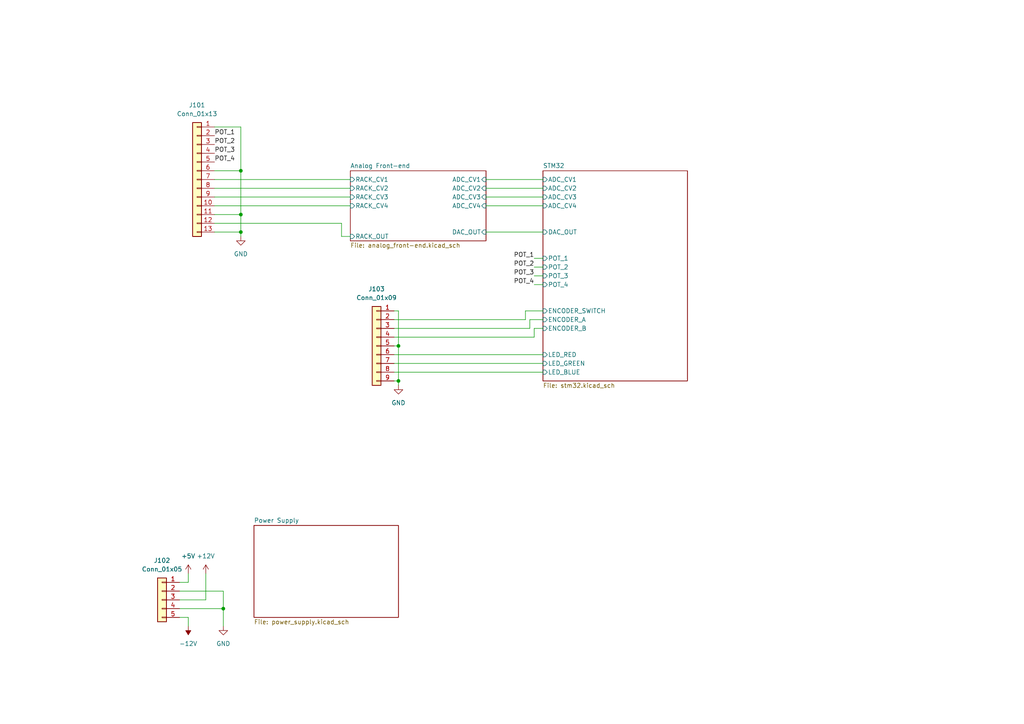
<source format=kicad_sch>
(kicad_sch (version 20211123) (generator eeschema)
  (paper "A4")
  (lib_symbols
    (symbol "Connector_Generic:Conn_01x05" (pin_names (offset 1.016) hide)
      (property "Reference" "J" (at 0 7.62 0))
      (property "Value" "Conn_01x05" (at 0 -7.62 0))
      (symbol "Conn_01x05_1_1"
        (rectangle (start -1.27 -4.953) (end 0 -5.207) (stroke (width 0.1524)))
        (rectangle (start -1.27 -2.413) (end 0 -2.667) (stroke (width 0.1524)))
        (rectangle (start -1.27 0.127) (end 0 -0.127) (stroke (width 0.1524)))
        (rectangle (start -1.27 2.667) (end 0 2.413) (stroke (width 0.1524)))
        (rectangle (start -1.27 5.207) (end 0 4.953) (stroke (width 0.1524)))
        (rectangle (start -1.27 6.35) (end 1.27 -6.35) (stroke (width 0.254)) (fill (type background)))
        (pin passive line (at -5.08 5.08 0) (length 3.81) (name "Pin_1") (number "1"))
        (pin passive line (at -5.08 2.54 0) (length 3.81) (name "Pin_2") (number "2"))
        (pin passive line (at -5.08 0 0) (length 3.81) (name "Pin_3") (number "3"))
        (pin passive line (at -5.08 -2.54 0) (length 3.81) (name "Pin_4") (number "4"))
        (pin passive line (at -5.08 -5.08 0) (length 3.81) (name "Pin_5") (number "5"))
      )
    )
    (symbol "Connector_Generic:Conn_01x09" (pin_names (offset 1.016) hide)
      (property "Reference" "J" (at 0 12.7 0))
      (property "Value" "Conn_01x09" (at 0 -12.7 0))
      (symbol "Conn_01x09_1_1"
        (rectangle (start -1.27 -10.033) (end 0 -10.287) (stroke (width 0.1524)))
        (rectangle (start -1.27 -7.493) (end 0 -7.747) (stroke (width 0.1524)))
        (rectangle (start -1.27 -4.953) (end 0 -5.207) (stroke (width 0.1524)))
        (rectangle (start -1.27 -2.413) (end 0 -2.667) (stroke (width 0.1524)))
        (rectangle (start -1.27 0.127) (end 0 -0.127) (stroke (width 0.1524)))
        (rectangle (start -1.27 2.667) (end 0 2.413) (stroke (width 0.1524)))
        (rectangle (start -1.27 5.207) (end 0 4.953) (stroke (width 0.1524)))
        (rectangle (start -1.27 7.747) (end 0 7.493) (stroke (width 0.1524)))
        (rectangle (start -1.27 10.287) (end 0 10.033) (stroke (width 0.1524)))
        (rectangle (start -1.27 11.43) (end 1.27 -11.43) (stroke (width 0.254)) (fill (type background)))
        (pin passive line (at -5.08 10.16 0) (length 3.81) (name "Pin_1") (number "1"))
        (pin passive line (at -5.08 7.62 0) (length 3.81) (name "Pin_2") (number "2"))
        (pin passive line (at -5.08 5.08 0) (length 3.81) (name "Pin_3") (number "3"))
        (pin passive line (at -5.08 2.54 0) (length 3.81) (name "Pin_4") (number "4"))
        (pin passive line (at -5.08 0 0) (length 3.81) (name "Pin_5") (number "5"))
        (pin passive line (at -5.08 -2.54 0) (length 3.81) (name "Pin_6") (number "6"))
        (pin passive line (at -5.08 -5.08 0) (length 3.81) (name "Pin_7") (number "7"))
        (pin passive line (at -5.08 -7.62 0) (length 3.81) (name "Pin_8") (number "8"))
        (pin passive line (at -5.08 -10.16 0) (length 3.81) (name "Pin_9") (number "9"))
      )
    )
    (symbol "Connector_Generic:Conn_01x13" (pin_names (offset 1.016) hide)
      (property "Reference" "J" (at 0 17.78 0))
      (property "Value" "Conn_01x13" (at 0 -17.78 0))
      (symbol "Conn_01x13_1_1"
        (rectangle (start -1.27 -15.113) (end 0 -15.367) (stroke (width 0.1524)))
        (rectangle (start -1.27 -12.573) (end 0 -12.827) (stroke (width 0.1524)))
        (rectangle (start -1.27 -10.033) (end 0 -10.287) (stroke (width 0.1524)))
        (rectangle (start -1.27 -7.493) (end 0 -7.747) (stroke (width 0.1524)))
        (rectangle (start -1.27 -4.953) (end 0 -5.207) (stroke (width 0.1524)))
        (rectangle (start -1.27 -2.413) (end 0 -2.667) (stroke (width 0.1524)))
        (rectangle (start -1.27 0.127) (end 0 -0.127) (stroke (width 0.1524)))
        (rectangle (start -1.27 2.667) (end 0 2.413) (stroke (width 0.1524)))
        (rectangle (start -1.27 5.207) (end 0 4.953) (stroke (width 0.1524)))
        (rectangle (start -1.27 7.747) (end 0 7.493) (stroke (width 0.1524)))
        (rectangle (start -1.27 10.287) (end 0 10.033) (stroke (width 0.1524)))
        (rectangle (start -1.27 12.827) (end 0 12.573) (stroke (width 0.1524)))
        (rectangle (start -1.27 15.367) (end 0 15.113) (stroke (width 0.1524)))
        (rectangle (start -1.27 16.51) (end 1.27 -16.51) (stroke (width 0.254)) (fill (type background)))
        (pin passive line (at -5.08 15.24 0) (length 3.81) (name "Pin_1") (number "1"))
        (pin passive line (at -5.08 -7.62 0) (length 3.81) (name "Pin_10") (number "10"))
        (pin passive line (at -5.08 -10.16 0) (length 3.81) (name "Pin_11") (number "11"))
        (pin passive line (at -5.08 -12.7 0) (length 3.81) (name "Pin_12") (number "12"))
        (pin passive line (at -5.08 -15.24 0) (length 3.81) (name "Pin_13") (number "13"))
        (pin passive line (at -5.08 12.7 0) (length 3.81) (name "Pin_2") (number "2"))
        (pin passive line (at -5.08 10.16 0) (length 3.81) (name "Pin_3") (number "3"))
        (pin passive line (at -5.08 7.62 0) (length 3.81) (name "Pin_4") (number "4"))
        (pin passive line (at -5.08 5.08 0) (length 3.81) (name "Pin_5") (number "5"))
        (pin passive line (at -5.08 2.54 0) (length 3.81) (name "Pin_6") (number "6"))
        (pin passive line (at -5.08 0 0) (length 3.81) (name "Pin_7") (number "7"))
        (pin passive line (at -5.08 -2.54 0) (length 3.81) (name "Pin_8") (number "8"))
        (pin passive line (at -5.08 -5.08 0) (length 3.81) (name "Pin_9") (number "9"))
      )
    )
    (symbol "power:+12V" (power) (pin_names (offset 0))
      (property "Value" "+12V" (at 0 3.556 0))
      (symbol "+12V_0_1"
        (polyline (pts (xy -0.762 1.27) (xy 0 2.54)))
        (polyline (pts (xy 0 0) (xy 0 2.54)))
        (polyline (pts (xy 0 2.54) (xy 0.762 1.27)))
      )
      (symbol "+12V_1_1"
        (pin power_in line (at 0 0 90) (length 0) hide (name "+12V") (number "1"))
      )
    )
    (symbol "power:+5V" (power) (pin_names (offset 0))
      (property "Value" "+5V" (at 0 3.556 0))
      (symbol "+5V_0_1"
        (polyline (pts (xy -0.762 1.27) (xy 0 2.54)))
        (polyline (pts (xy 0 0) (xy 0 2.54)))
        (polyline (pts (xy 0 2.54) (xy 0.762 1.27)))
      )
      (symbol "+5V_1_1"
        (pin power_in line (at 0 0 90) (length 0) hide (name "+5V") (number "1"))
      )
    )
    (symbol "power:-12V" (power) (pin_names (offset 0))
      (property "Value" "-12V" (at 0 3.81 0))
      (symbol "-12V_0_0"
        (pin power_in line (at 0 0 90) (length 0) hide (name "-12V") (number "1"))
      )
      (symbol "-12V_0_1"
        (polyline (pts (xy 0 0) (xy 0 1.27) (xy 0.762 1.27) (xy 0 2.54) (xy -0.762 1.27) (xy 0 1.27)) (fill (type outline)))
      )
    )
    (symbol "power:GND" (power) (pin_names (offset 0))
      (property "Value" "GND" (at 0 -3.81 0))
      (symbol "GND_0_1"
        (polyline (pts (xy 0 0) (xy 0 -1.27) (xy 1.27 -1.27) (xy 0 -2.54) (xy -1.27 -1.27) (xy 0 -1.27)))
      )
      (symbol "GND_1_1"
        (pin power_in line (at 0 0 270) (length 0) hide (name "GND") (number "1"))
      )
    )
  )
  (junction (at 115.57 110.49))
  (junction (at 69.85 67.31))
  (junction (at 115.57 100.33))
  (junction (at 69.85 62.23))
  (junction (at 69.85 49.53))
  (junction (at 64.77 176.53))
  (wire (pts (xy 154.94 80.01) (xy 157.48 80.01)))
  (wire (pts (xy 54.61 168.91) (xy 54.61 166.37)))
  (wire (pts (xy 114.3 95.25) (xy 153.67 95.25)))
  (wire (pts (xy 99.06 68.58) (xy 99.06 64.77)))
  (wire (pts (xy 69.85 67.31) (xy 69.85 68.58)))
  (wire (pts (xy 140.97 52.07) (xy 157.48 52.07)))
  (wire (pts (xy 152.4 90.17) (xy 157.48 90.17)))
  (wire (pts (xy 52.07 176.53) (xy 64.77 176.53)))
  (wire (pts (xy 154.94 97.79) (xy 114.3 97.79)))
  (wire (pts (xy 152.4 92.71) (xy 114.3 92.71)))
  (wire (pts (xy 115.57 111.76) (xy 115.57 110.49)))
  (wire (pts (xy 99.06 64.77) (xy 62.23 64.77)))
  (wire (pts (xy 62.23 57.15) (xy 101.6 57.15)))
  (wire (pts (xy 153.67 95.25) (xy 153.67 92.71)))
  (wire (pts (xy 62.23 59.69) (xy 101.6 59.69)))
  (wire (pts (xy 152.4 90.17) (xy 152.4 92.71)))
  (wire (pts (xy 62.23 49.53) (xy 69.85 49.53)))
  (wire (pts (xy 114.3 105.41) (xy 157.48 105.41)))
  (wire (pts (xy 115.57 90.17) (xy 115.57 100.33)))
  (wire (pts (xy 52.07 171.45) (xy 64.77 171.45)))
  (wire (pts (xy 115.57 110.49) (xy 114.3 110.49)))
  (wire (pts (xy 153.67 92.71) (xy 157.48 92.71)))
  (wire (pts (xy 69.85 49.53) (xy 69.85 36.83)))
  (wire (pts (xy 154.94 77.47) (xy 157.48 77.47)))
  (wire (pts (xy 140.97 57.15) (xy 157.48 57.15)))
  (wire (pts (xy 154.94 82.55) (xy 157.48 82.55)))
  (wire (pts (xy 54.61 181.61) (xy 54.61 179.07)))
  (wire (pts (xy 114.3 107.95) (xy 157.48 107.95)))
  (wire (pts (xy 64.77 171.45) (xy 64.77 176.53)))
  (wire (pts (xy 52.07 173.99) (xy 59.69 173.99)))
  (wire (pts (xy 62.23 52.07) (xy 101.6 52.07)))
  (wire (pts (xy 64.77 176.53) (xy 64.77 181.61)))
  (wire (pts (xy 52.07 168.91) (xy 54.61 168.91)))
  (wire (pts (xy 114.3 100.33) (xy 115.57 100.33)))
  (wire (pts (xy 54.61 179.07) (xy 52.07 179.07)))
  (wire (pts (xy 157.48 95.25) (xy 154.94 95.25)))
  (wire (pts (xy 140.97 67.31) (xy 157.48 67.31)))
  (wire (pts (xy 114.3 90.17) (xy 115.57 90.17)))
  (wire (pts (xy 62.23 67.31) (xy 69.85 67.31)))
  (wire (pts (xy 154.94 74.93) (xy 157.48 74.93)))
  (wire (pts (xy 69.85 67.31) (xy 69.85 62.23)))
  (wire (pts (xy 69.85 62.23) (xy 69.85 49.53)))
  (wire (pts (xy 101.6 68.58) (xy 99.06 68.58)))
  (wire (pts (xy 140.97 59.69) (xy 157.48 59.69)))
  (wire (pts (xy 114.3 102.87) (xy 157.48 102.87)))
  (wire (pts (xy 62.23 54.61) (xy 101.6 54.61)))
  (wire (pts (xy 115.57 100.33) (xy 115.57 110.49)))
  (wire (pts (xy 59.69 173.99) (xy 59.69 166.37)))
  (wire (pts (xy 69.85 36.83) (xy 62.23 36.83)))
  (wire (pts (xy 154.94 95.25) (xy 154.94 97.79)))
  (wire (pts (xy 62.23 62.23) (xy 69.85 62.23)))
  (wire (pts (xy 140.97 54.61) (xy 157.48 54.61)))
  (label "POT_1" (at 62.23 39.37 0))
  (label "POT_2" (at 154.94 77.47 180))
  (label "POT_2" (at 62.23 41.91 0))
  (label "POT_3" (at 62.23 44.45 0))
  (label "POT_1" (at 154.94 74.93 180))
  (label "POT_4" (at 154.94 82.55 180))
  (label "POT_4" (at 62.23 46.99 0))
  (label "POT_3" (at 154.94 80.01 180))
  (symbol (lib_id "power:+5V") (at 54.61 166.37 0) (unit 1)
    (property "Reference" "#PWR0102" (effects hide))
    (property "Value" "+5V" (at 54.61 161.29 0))
  )
  (symbol (lib_id "Connector_Generic:Conn_01x09") (at 109.22 100.33 0) (mirror y) (unit 1)
    (property "Reference" "J103" (at 109.22 83.82 0))
    (property "Value" "Conn_01x09" (at 109.22 86.36 0))
    (property "Footprint" "Connector_PinHeader_2.54mm:PinHeader_1x09_P2.54mm_Vertical" (effects hide))
  )
  (symbol (lib_id "Connector_Generic:Conn_01x05") (at 46.99 173.99 0) (mirror y) (unit 1)
    (property "Reference" "J102" (at 46.99 162.56 0))
    (property "Value" "Conn_01x05" (at 46.99 165.1 0))
    (property "Footprint" "Connector_PinHeader_2.54mm:PinHeader_1x05_P2.54mm_Vertical" (effects hide))
  )
  (symbol (lib_id "power:+12V") (at 59.69 166.37 0) (unit 1)
    (property "Reference" "#PWR0104" (effects hide))
    (property "Value" "+12V" (at 59.69 161.29 0))
  )
  (symbol (lib_id "power:GND") (at 115.57 111.76 0) (unit 1)
    (property "Reference" "#PWR0106" (effects hide))
    (property "Value" "GND" (at 115.57 116.84 0))
  )
  (symbol (lib_id "power:GND") (at 64.77 181.61 0) (unit 1)
    (property "Reference" "#PWR0105" (effects hide))
    (property "Value" "GND" (at 64.77 186.69 0))
  )
  (symbol (lib_id "power:GND") (at 69.85 68.58 0) (unit 1)
    (property "Reference" "#PWR0101" (effects hide))
    (property "Value" "GND" (at 69.85 73.66 0))
  )
  (symbol (lib_id "power:-12V") (at 54.61 181.61 180) (unit 1)
    (property "Reference" "#PWR0103" (effects hide))
    (property "Value" "-12V" (at 54.61 186.69 0))
  )
  (symbol (lib_id "Connector_Generic:Conn_01x13") (at 57.15 52.07 0) (mirror y) (unit 1)
    (property "Reference" "J101" (at 57.15 30.48 0))
    (property "Value" "Conn_01x13" (at 57.15 33.02 0))
    (property "Footprint" "Connector_PinHeader_2.54mm:PinHeader_1x13_P2.54mm_Vertical" (effects hide))
  )
  (sheet (at 101.6 49.53) (size 39.37 20.32) (stroke (width 0.1524))
    (property "Sheet name" "Analog Front-end" (at 101.6 48.8184 0) (effects (justify left bottom)))
    (property "Sheet file" "analog_front-end.kicad_sch" (at 101.6 70.4346 0) (effects (justify left top)))
    (pin "RACK_OUT" input (at 101.6 68.58 180))
    (pin "DAC_OUT" input (at 140.97 67.31 0))
    (pin "RACK_CV2" input (at 101.6 54.61 180))
    (pin "ADC_CV2" input (at 140.97 54.61 0))
    (pin "RACK_CV3" input (at 101.6 57.15 180))
    (pin "ADC_CV3" input (at 140.97 57.15 0))
    (pin "ADC_CV1" input (at 140.97 52.07 0))
    (pin "RACK_CV1" input (at 101.6 52.07 180))
    (pin "RACK_CV4" input (at 101.6 59.69 180))
    (pin "ADC_CV4" input (at 140.97 59.69 0))
  )
  (sheet (at 73.66 152.4) (size 41.91 26.67) (stroke (width 0.1524))
    (property "Sheet name" "Power Supply" (at 73.66 151.6884 0) (effects (justify left bottom)))
    (property "Sheet file" "power_supply.kicad_sch" (at 73.66 179.6546 0) (effects (justify left top)))
  )
  (sheet (at 157.48 49.53) (size 41.91 60.96) (stroke (width 0.1524))
    (property "Sheet name" "STM32" (at 157.48 48.8184 0) (effects (justify left bottom)))
    (property "Sheet file" "stm32.kicad_sch" (at 157.48 111.0746 0) (effects (justify left top)))
    (pin "ADC_CV4" input (at 157.48 59.69 180))
    (pin "DAC_OUT" input (at 157.48 67.31 180))
    (pin "ADC_CV1" input (at 157.48 52.07 180))
    (pin "ADC_CV2" input (at 157.48 54.61 180))
    (pin "ENCODER_SWITCH" input (at 157.48 90.17 180))
    (pin "POT_2" input (at 157.48 77.47 180))
    (pin "POT_3" input (at 157.48 80.01 180))
    (pin "POT_1" input (at 157.48 74.93 180))
    (pin "POT_4" input (at 157.48 82.55 180))
    (pin "ENCODER_B" input (at 157.48 95.25 180))
    (pin "ENCODER_A" input (at 157.48 92.71 180))
    (pin "LED_RED" input (at 157.48 102.87 180))
    (pin "LED_GREEN" input (at 157.48 105.41 180))
    (pin "LED_BLUE" input (at 157.48 107.95 180))
    (pin "ADC_CV3" input (at 157.48 57.15 180))
  )
)
</source>
